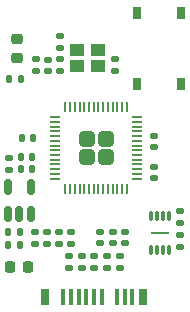
<source format=gbr>
%TF.GenerationSoftware,KiCad,Pcbnew,7.0.9*%
%TF.CreationDate,2023-12-16T11:51:24+08:00*%
%TF.ProjectId,iPico,69506963-6f2e-46b6-9963-61645f706362,rev?*%
%TF.SameCoordinates,Original*%
%TF.FileFunction,Paste,Top*%
%TF.FilePolarity,Positive*%
%FSLAX46Y46*%
G04 Gerber Fmt 4.6, Leading zero omitted, Abs format (unit mm)*
G04 Created by KiCad (PCBNEW 7.0.9) date 2023-12-16 11:51:24*
%MOMM*%
%LPD*%
G01*
G04 APERTURE LIST*
G04 Aperture macros list*
%AMRoundRect*
0 Rectangle with rounded corners*
0 $1 Rounding radius*
0 $2 $3 $4 $5 $6 $7 $8 $9 X,Y pos of 4 corners*
0 Add a 4 corners polygon primitive as box body*
4,1,4,$2,$3,$4,$5,$6,$7,$8,$9,$2,$3,0*
0 Add four circle primitives for the rounded corners*
1,1,$1+$1,$2,$3*
1,1,$1+$1,$4,$5*
1,1,$1+$1,$6,$7*
1,1,$1+$1,$8,$9*
0 Add four rect primitives between the rounded corners*
20,1,$1+$1,$2,$3,$4,$5,0*
20,1,$1+$1,$4,$5,$6,$7,0*
20,1,$1+$1,$6,$7,$8,$9,0*
20,1,$1+$1,$8,$9,$2,$3,0*%
G04 Aperture macros list end*
%ADD10O,0.300000X0.900000*%
%ADD11R,1.650000X0.250000*%
%ADD12RoundRect,0.249999X0.395001X0.395001X-0.395001X0.395001X-0.395001X-0.395001X0.395001X-0.395001X0*%
%ADD13RoundRect,0.050000X0.387500X0.050000X-0.387500X0.050000X-0.387500X-0.050000X0.387500X-0.050000X0*%
%ADD14RoundRect,0.050000X0.050000X0.387500X-0.050000X0.387500X-0.050000X-0.387500X0.050000X-0.387500X0*%
%ADD15RoundRect,0.140000X0.170000X-0.140000X0.170000X0.140000X-0.170000X0.140000X-0.170000X-0.140000X0*%
%ADD16RoundRect,0.140000X0.140000X0.170000X-0.140000X0.170000X-0.140000X-0.170000X0.140000X-0.170000X0*%
%ADD17RoundRect,0.147500X-0.172500X0.147500X-0.172500X-0.147500X0.172500X-0.147500X0.172500X0.147500X0*%
%ADD18RoundRect,0.140000X-0.140000X-0.170000X0.140000X-0.170000X0.140000X0.170000X-0.140000X0.170000X0*%
%ADD19RoundRect,0.135000X0.185000X-0.135000X0.185000X0.135000X-0.185000X0.135000X-0.185000X-0.135000X0*%
%ADD20R,0.750000X1.000000*%
%ADD21RoundRect,0.135000X-0.185000X0.135000X-0.185000X-0.135000X0.185000X-0.135000X0.185000X0.135000X0*%
%ADD22RoundRect,0.218750X0.218750X0.256250X-0.218750X0.256250X-0.218750X-0.256250X0.218750X-0.256250X0*%
%ADD23RoundRect,0.140000X-0.170000X0.140000X-0.170000X-0.140000X0.170000X-0.140000X0.170000X0.140000X0*%
%ADD24R,0.800000X1.340000*%
%ADD25R,0.380000X1.340000*%
%ADD26R,0.360000X1.340000*%
%ADD27RoundRect,0.150000X0.150000X-0.512500X0.150000X0.512500X-0.150000X0.512500X-0.150000X-0.512500X0*%
%ADD28R,1.150000X1.000000*%
%ADD29RoundRect,0.147500X0.172500X-0.147500X0.172500X0.147500X-0.172500X0.147500X-0.172500X-0.147500X0*%
%ADD30RoundRect,0.218750X-0.256250X0.218750X-0.256250X-0.218750X0.256250X-0.218750X0.256250X0.218750X0*%
%ADD31RoundRect,0.135000X-0.135000X-0.185000X0.135000X-0.185000X0.135000X0.185000X-0.135000X0.185000X0*%
G04 APERTURE END LIST*
D10*
%TO.C,U1*%
X106375000Y-103400000D03*
X105875000Y-103400000D03*
X105375000Y-103400000D03*
X104875000Y-103400000D03*
X104875000Y-106200000D03*
X105375000Y-106200000D03*
X105875000Y-106200000D03*
X106375000Y-106200000D03*
D11*
X105625000Y-104800000D03*
%TD*%
D12*
%TO.C,U4*%
X101000000Y-98400000D03*
X101000000Y-96800000D03*
X99400000Y-98400000D03*
X99400000Y-96800000D03*
D13*
X103637500Y-100200000D03*
X103637500Y-99800000D03*
X103637500Y-99400000D03*
X103637500Y-99000000D03*
X103637500Y-98600000D03*
X103637500Y-98200000D03*
X103637500Y-97800000D03*
X103637500Y-97400000D03*
X103637500Y-97000000D03*
X103637500Y-96600000D03*
X103637500Y-96200000D03*
X103637500Y-95800000D03*
X103637500Y-95400000D03*
X103637500Y-95000000D03*
D14*
X102800000Y-94162500D03*
X102400000Y-94162500D03*
X102000000Y-94162500D03*
X101600000Y-94162500D03*
X101200000Y-94162500D03*
X100800000Y-94162500D03*
X100400000Y-94162500D03*
X100000000Y-94162500D03*
X99600000Y-94162500D03*
X99200000Y-94162500D03*
X98800000Y-94162500D03*
X98400000Y-94162500D03*
X98000000Y-94162500D03*
X97600000Y-94162500D03*
D13*
X96762500Y-95000000D03*
X96762500Y-95400000D03*
X96762500Y-95800000D03*
X96762500Y-96200000D03*
X96762500Y-96600000D03*
X96762500Y-97000000D03*
X96762500Y-97400000D03*
X96762500Y-97800000D03*
X96762500Y-98200000D03*
X96762500Y-98600000D03*
X96762500Y-99000000D03*
X96762500Y-99400000D03*
X96762500Y-99800000D03*
X96762500Y-100200000D03*
D14*
X97600000Y-101037500D03*
X98000000Y-101037500D03*
X98400000Y-101037500D03*
X98800000Y-101037500D03*
X99200000Y-101037500D03*
X99600000Y-101037500D03*
X100000000Y-101037500D03*
X100400000Y-101037500D03*
X100800000Y-101037500D03*
X101200000Y-101037500D03*
X101600000Y-101037500D03*
X102000000Y-101037500D03*
X102400000Y-101037500D03*
X102800000Y-101037500D03*
%TD*%
D15*
%TO.C,C16*%
X97180000Y-89110000D03*
X97180000Y-88150000D03*
%TD*%
D16*
%TO.C,C14*%
X94780000Y-98325000D03*
X93820000Y-98325000D03*
%TD*%
D17*
%TO.C,D2*%
X101122600Y-106775000D03*
X101122600Y-107745000D03*
%TD*%
D18*
%TO.C,C2*%
X92765000Y-105775000D03*
X93725000Y-105775000D03*
%TD*%
D19*
%TO.C,R1*%
X102187000Y-107765000D03*
X102187000Y-106745000D03*
%TD*%
D18*
%TO.C,C1*%
X92765000Y-104700000D03*
X93725000Y-104700000D03*
%TD*%
D15*
%TO.C,C15*%
X96150000Y-91080000D03*
X96150000Y-90120000D03*
%TD*%
D20*
%TO.C,SW1*%
X103625000Y-92200000D03*
X103625000Y-86200000D03*
X107375000Y-92200000D03*
X107375000Y-86200000D03*
%TD*%
D21*
%TO.C,R4*%
X96075000Y-104715000D03*
X96075000Y-105735000D03*
%TD*%
D22*
%TO.C,F1*%
X94475000Y-107650000D03*
X92900000Y-107650000D03*
%TD*%
D23*
%TO.C,C13*%
X101805000Y-90095000D03*
X101805000Y-91055000D03*
%TD*%
%TO.C,C7*%
X95100000Y-90095000D03*
X95100000Y-91055000D03*
%TD*%
D19*
%TO.C,R6*%
X107300000Y-103920000D03*
X107300000Y-102900000D03*
%TD*%
%TO.C,R5*%
X97180000Y-91090000D03*
X97180000Y-90070000D03*
%TD*%
D24*
%TO.C,J1*%
X95900000Y-110190000D03*
D25*
X97420000Y-110190000D03*
X98070000Y-110190000D03*
X98720000Y-110190000D03*
X99370000Y-110190000D03*
X100020000Y-110190000D03*
D26*
X100670000Y-110190000D03*
D25*
X101970000Y-110190000D03*
X102620000Y-110190000D03*
X103270000Y-110190000D03*
D24*
X104180000Y-110190000D03*
%TD*%
D27*
%TO.C,U2*%
X92750000Y-103200000D03*
X93700000Y-103200000D03*
X94650000Y-103200000D03*
X94650000Y-100925000D03*
X92750000Y-100925000D03*
%TD*%
D15*
%TO.C,C8*%
X105100000Y-97560000D03*
X105100000Y-96600000D03*
%TD*%
%TO.C,C6*%
X98100000Y-105705000D03*
X98100000Y-104745000D03*
%TD*%
D23*
%TO.C,C10*%
X97100000Y-104745000D03*
X97100000Y-105705000D03*
%TD*%
D19*
%TO.C,R3*%
X98993800Y-107765000D03*
X98993800Y-106745000D03*
%TD*%
D23*
%TO.C,C9*%
X95000000Y-104745000D03*
X95000000Y-105705000D03*
%TD*%
%TO.C,C3*%
X107300000Y-105000000D03*
X107300000Y-105960000D03*
%TD*%
D16*
%TO.C,C4*%
X94780000Y-99400000D03*
X93820000Y-99400000D03*
%TD*%
%TO.C,C12*%
X94875000Y-96725000D03*
X93915000Y-96725000D03*
%TD*%
D15*
%TO.C,C11*%
X105100000Y-100185000D03*
X105100000Y-99225000D03*
%TD*%
D28*
%TO.C,Y1*%
X100355000Y-89280000D03*
X98605000Y-89280000D03*
X98605000Y-90680000D03*
X100355000Y-90680000D03*
%TD*%
D19*
%TO.C,R2*%
X100058200Y-107765000D03*
X100058200Y-106745000D03*
%TD*%
D23*
%TO.C,C17*%
X102650000Y-104720000D03*
X102650000Y-105680000D03*
%TD*%
D15*
%TO.C,C5*%
X92800000Y-99435000D03*
X92800000Y-98475000D03*
%TD*%
D23*
%TO.C,C18*%
X101600000Y-104720000D03*
X101600000Y-105680000D03*
%TD*%
D29*
%TO.C,D1*%
X97929400Y-107740000D03*
X97929400Y-106770000D03*
%TD*%
D30*
%TO.C,D3*%
X93500000Y-88412500D03*
X93500000Y-89987500D03*
%TD*%
D31*
%TO.C,R7*%
X92790000Y-91800000D03*
X93810000Y-91800000D03*
%TD*%
D15*
%TO.C,C19*%
X100550000Y-105680000D03*
X100550000Y-104720000D03*
%TD*%
M02*

</source>
